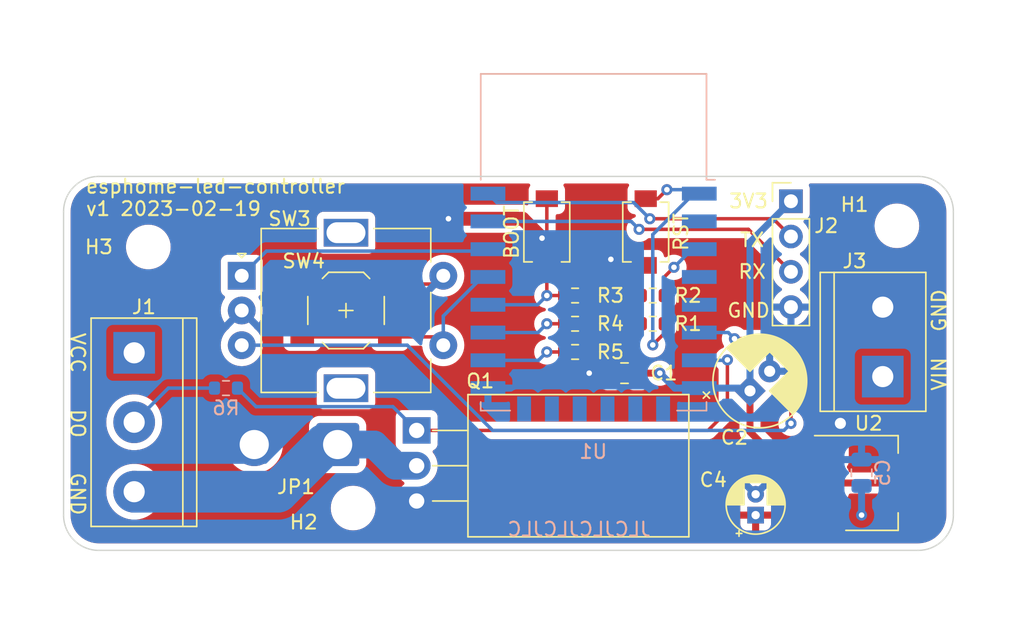
<source format=kicad_pcb>
(kicad_pcb (version 20241229) (generator "pcbnew") (generator_version "9.0")
  (layers (0 "F.Cu" signal) (2 "B.Cu" signal) (13 "F.Paste" user) (15 "B.Paste" user) (5 "F.SilkS" user "F.Silkscreen") (7 "B.SilkS" user "B.Silkscreen") (1 "F.Mask" user) (3 "B.Mask" user) (25 "Edge.Cuts" user))
  (net 0 "")
  (net 1 "GND")
  (net 2 "+3.3V")
  (net 3 "VCC")
  (net 4 "Net-(J1-Pad2)")
  (net 5 "Net-(J1-Pad3)")
  (net 6 "/TXD")
  (net 7 "/RXD")
  (net 8 "/GPIO13")
  (net 9 "/RST")
  (net 10 "/EN")
  (net 11 "/GPIO0")
  (net 12 "/GPIO2")
  (net 13 "/GPIO15")
  (net 14 "/GPIO5")
  (net 15 "/GPIO12")
  (net 16 "/GPIO4")
  (footprint "Capacitor_SMD:C_0805_2012Metric" (layer "F.Cu") (at 163.796 108.144)
    (property "Reference" "C1" (at 2.828 0 0) (layer "F.SilkS"))
    (property "Value" "0.1μF")
    (fp_line (start -0.261252 -0.735) (end 0.261252 -0.735) (stroke (width 0.12)) (layer "F.SilkS"))
    (fp_line (start -0.261252 0.735) (end 0.261252 0.735) (stroke (width 0.12)) (layer "F.SilkS"))
    (pad "1" smd roundrect (at -0.95 0) (size 1 1.45) (layers "F.Cu" "F.Mask" "F.Paste") (net 1 "GND"))
    (pad "2" smd roundrect (at 0.95 0) (size 1 1.45) (layers "F.Cu" "F.Mask" "F.Paste") (net 2 "+3.3V"))
  )
  (footprint "MountingHole:MountingHole_2.2mm_M2" (layer "F.Cu") (at 144.272 117.856)
    (property "Reference" "H2" (at -3.556 1.016 0) (layer "F.SilkS"))
    (property "Value" "MountingHole")
    (pad "" np_thru_hole circle (at 0 0) (size 2.2 2.2) (drill 2.2) (layers "*.Cu" "*.Mask"))
  )
  (footprint "MountingHole:MountingHole_2.2mm_M2" (layer "F.Cu") (at 183.388 97.536)
    (property "Reference" "H1" (at -3.048 -1.524 0) (layer "F.SilkS"))
    (property "Value" "MountingHole")
    (pad "" np_thru_hole circle (at 0 0) (size 2.2 2.2) (drill 2.2) (layers "*.Cu" "*.Mask"))
  )
  (footprint "Resistor_SMD:R_0603_1608Metric" (layer "F.Cu") (at 160.24 104.588)
    (property "Reference" "R4" (at 2.54 0 0) (layer "F.SilkS"))
    (property "Value" "10K")
    (fp_line (start -0.237258 -0.5225) (end 0.237258 -0.5225) (stroke (width 0.12)) (layer "F.SilkS"))
    (fp_line (start -0.237258 0.5225) (end 0.237258 0.5225) (stroke (width 0.12)) (layer "F.SilkS"))
    (pad "1" smd roundrect (at -0.825 0) (size 0.8 0.95) (layers "F.Cu" "F.Mask" "F.Paste") (net 12 "/GPIO2"))
    (pad "2" smd roundrect (at 0.825 0) (size 0.8 0.95) (layers "F.Cu" "F.Mask" "F.Paste") (net 2 "+3.3V"))
  )
  (footprint "Capacitor_THT:CP_Radial_D4.0mm_P1.50mm" (layer "F.Cu") (at 173.228 118.364 90)
    (property "Reference" "C4" (at 2.54 -3.048 180) (layer "F.SilkS"))
    (property "Value" "10μF")
    (fp_line (start 0.79 -2.08) (end 0.79 -0.84) (stroke (width 0.12)) (layer "F.SilkS"))
    (fp_line (start 0.75 -2.08) (end 0.75 -0.84) (stroke (width 0.12)) (layer "F.SilkS"))
    (fp_line (start 0.83 -2.079) (end 0.83 -0.84) (stroke (width 0.12)) (layer "F.SilkS"))
    (fp_line (start 0.87 -2.077) (end 0.87 -0.84) (stroke (width 0.12)) (layer "F.SilkS"))
    (fp_line (start 0.91 -2.074) (end 0.91 -0.84) (stroke (width 0.12)) (layer "F.SilkS"))
    (fp_line (start 0.95 -2.071) (end 0.95 -0.84) (stroke (width 0.12)) (layer "F.SilkS"))
    (fp_line (start 0.99 -2.067) (end 0.99 -0.84) (stroke (width 0.12)) (layer "F.SilkS"))
    (fp_line (start 1.03 -2.062) (end 1.03 -0.84) (stroke (width 0.12)) (layer "F.SilkS"))
    (fp_line (start 1.07 -2.056) (end 1.07 -0.84) (stroke (width 0.12)) (layer "F.SilkS"))
    (fp_line (start 1.11 -2.05) (end 1.11 -0.84) (stroke (width 0.12)) (layer "F.SilkS"))
    (fp_line (start 1.15 -2.042) (end 1.15 -0.84) (stroke (width 0.12)) (layer "F.SilkS"))
    (fp_line (start 1.19 -2.034) (end 1.19 -0.84) (stroke (width 0.12)) (layer "F.SilkS"))
    (fp_line (start 1.23 -2.025) (end 1.23 -0.84) (stroke (width 0.12)) (layer "F.SilkS"))
    (fp_line (start 1.27 -2.016) (end 1.27 -0.84) (stroke (width 0.12)) (layer "F.SilkS"))
    (fp_line (start 1.31 -2.005) (end 1.31 -0.84) (stroke (width 0.12)) (layer "F.SilkS"))
    (fp_line (start 1.35 -1.994) (end 1.35 -0.84) (stroke (width 0.12)) (layer "F.SilkS"))
    (fp_line (start 1.39 -1.982) (end 1.39 -0.84) (stroke (width 0.12)) (layer "F.SilkS"))
    (fp_line (start 1.43 -1.968) (end 1.43 -0.84) (stroke (width 0.12)) (layer "F.SilkS"))
    (fp_line (start 1.471 -1.954) (end 1.471 -0.84) (stroke (width 0.12)) (layer "F.SilkS"))
    (fp_line (start 1.511 -1.94) (end 1.511 -0.84) (stroke (width 0.12)) (layer "F.SilkS"))
    (fp_line (start 1.551 -1.924) (end 1.551 -0.84) (stroke (width 0.12)) (layer "F.SilkS"))
    (fp_line (start 1.591 -1.907) (end 1.591 -0.84) (stroke (width 0.12)) (layer "F.SilkS"))
    (fp_line (start 1.631 -1.889) (end 1.631 -0.84) (stroke (width 0.12)) (layer "F.SilkS"))
    (fp_line (start 1.671 -1.87) (end 1.671 -0.84) (stroke (width 0.12)) (layer "F.SilkS"))
    (fp_line (start 1.711 -1.851) (end 1.711 -0.84) (stroke (width 0.12)) (layer "F.SilkS"))
    (fp_line (start 1.751 -1.83) (end 1.751 -0.84) (stroke (width 0.12)) (layer "F.SilkS"))
    (fp_line (start 1.791 -1.808) (end 1.791 -0.84) (stroke (width 0.12)) (layer "F.SilkS"))
    (fp_line (start 1.831 -1.785) (end 1.831 -0.84) (stroke (width 0.12)) (layer "F.SilkS"))
    (fp_line (start 1.871 -1.76) (end 1.871 -0.84) (stroke (width 0.12)) (layer "F.SilkS"))
    (fp_line (start 1.911 -1.735) (end 1.911 -0.84) (stroke (width 0.12)) (layer "F.SilkS"))
    (fp_line (start 1.951 -1.708) (end 1.951 -0.84) (stroke (width 0.12)) (layer "F.SilkS"))
    (fp_line (start 1.991 -1.68) (end 1.991 -0.84) (stroke (width 0.12)) (layer "F.SilkS"))
    (fp_line (start 2.031 -1.65) (end 2.031 -0.84) (stroke (width 0.12)) (layer "F.SilkS"))
    (fp_line (start 2.071 -1.619) (end 2.071 -0.84) (stroke (width 0.12)) (layer "F.SilkS"))
    (fp_line (start 2.111 -1.587) (end 2.111 -0.84) (stroke (width 0.12)) (layer "F.SilkS"))
    (fp_line (start 2.151 -1.552) (end 2.151 -0.84) (stroke (width 0.12)) (layer "F.SilkS"))
    (fp_line (start 2.191 -1.516) (end 2.191 -0.84) (stroke (width 0.12)) (layer "F.SilkS"))
    (fp_line (start 2.231 -1.478) (end 2.231 -0.84) (stroke (width 0.12)) (layer "F.SilkS"))
    (fp_line (start 2.271 -1.438) (end 2.271 -0.84) (stroke (width 0.12)) (layer "F.SilkS"))
    (fp_line (start 2.311 -1.396) (end 2.311 -0.84) (stroke (width 0.12)) (layer "F.SilkS"))
    (fp_line (start -1.319801 -1.395) (end -1.319801 -0.995) (stroke (width 0.12)) (layer "F.SilkS"))
    (fp_line (start 2.351 -1.351) (end 2.351 1.351) (stroke (width 0.12)) (layer "F.SilkS"))
    (fp_line (start 2.391 -1.304) (end 2.391 1.304) (stroke (width 0.12)) (layer "F.SilkS"))
    (fp_line (start 2.431 -1.254) (end 2.431 1.254) (stroke (width 0.12)) (layer "F.SilkS"))
    (fp_line (start 2.471 -1.2) (end 2.471 1.2) (stroke (width 0.12)) (layer "F.SilkS"))
    (fp_line (start -1.519801 -1.195) (end -1.119801 -1.195) (stroke (width 0.12)) (layer "F.SilkS"))
    (fp_line (start 2.511 -1.142) (end 2.511 1.142) (stroke (width 0.12)) (layer "F.SilkS"))
    (fp_line (start 2.551 -1.08) (end 2.551 1.08) (stroke (width 0.12)) (layer "F.SilkS"))
    (fp_line (start 2.591 -1.013) (end 2.591 1.013) (stroke (width 0.12)) (layer "F.SilkS"))
    (fp_line (start 2.631 -0.94) (end 2.631 0.94) (stroke (width 0.12)) (layer "F.SilkS"))
    (fp_line (start 2.671 -0.859) (end 2.671 0.859) (stroke (width 0.12)) (layer "F.SilkS"))
    (fp_line (start 2.711 -0.768) (end 2.711 0.768) (stroke (width 0.12)) (layer "F.SilkS"))
    (fp_line (start 2.751 -0.664) (end 2.751 0.664) (stroke (width 0.12)) (layer "F.SilkS"))
    (fp_line (start 2.791 -0.537) (end 2.791 0.537) (stroke (width 0.12)) (layer "F.SilkS"))
    (fp_line (start 2.831 -0.37) (end 2.831 0.37) (stroke (width 0.12)) (layer "F.SilkS"))
    (fp_line (start 2.311 0.84) (end 2.311 1.396) (stroke (width 0.12)) (layer "F.SilkS"))
    (fp_line (start 2.271 0.84) (end 2.271 1.438) (stroke (width 0.12)) (layer "F.SilkS"))
    (fp_line (start 2.231 0.84) (end 2.231 1.478) (stroke (width 0.12)) (layer "F.SilkS"))
    (fp_line (start 2.191 0.84) (end 2.191 1.516) (stroke (width 0.12)) (layer "F.SilkS"))
    (fp_line (start 2.151 0.84) (end 2.151 1.552) (stroke (width 0.12)) (layer "F.SilkS"))
    (fp_line (start 2.111 0.84) (end 2.111 1.587) (stroke (width 0.12)) (layer "F.SilkS"))
    (fp_line (start 2.071 0.84) (end 2.071 1.619) (stroke (width 0.12)) (layer "F.SilkS"))
    (fp_line (start 2.031 0.84) (end 2.031 1.65) (stroke (width 0.12)) (layer "F.SilkS"))
    (fp_line (start 1.991 0.84) (end 1.991 1.68) (stroke (width 0.12)) (layer "F.SilkS"))
    (fp_line (start 1.951 0.84) (end 1.951 1.708) (stroke (width 0.12)) (layer "F.SilkS"))
    (fp_line (start 1.911 0.84) (end 1.911 1.735) (stroke (width 0.12)) (layer "F.SilkS"))
    (fp_line (start 1.871 0.84) (end 1.871 1.76) (stroke (width 0.12)) (layer "F.SilkS"))
    (fp_line (start 1.831 0.84) (end 1.831 1.785) (stroke (width 0.12)) (layer "F.SilkS"))
    (fp_line (start 1.791 0.84) (end 1.791 1.808) (stroke (width 0.12)) (layer "F.SilkS"))
    (fp_line (start 1.751 0.84) (end 1.751 1.83) (stroke (width 0.12)) (layer "F.SilkS"))
    (fp_line (start 1.711 0.84) (end 1.711 1.851) (stroke (width 0.12)) (layer "F.SilkS"))
    (fp_line (start 1.671 0.84) (end 1.671 1.87) (stroke (width 0.12)) (layer "F.SilkS"))
    (fp_line (start 1.631 0.84) (end 1.631 1.889) (stroke (width 0.12)) (layer "F.SilkS"))
    (fp_line (start 1.591 0.84) (end 1.591 1.907) (stroke (width 0.12)) (layer "F.SilkS"))
    (fp_line (start 1.551 0.84) (end 1.551 1.924) (stroke (width 0.12)) (layer "F.SilkS"))
    (fp_line (start 1.511 0.84) (end 1.511 1.94) (stroke (width 0.12)) (layer "F.SilkS"))
    (fp_line (start 1.471 0.84) (end 1.471 1.954) (stroke (width 0.12)) (layer "F.SilkS"))
    (fp_line (start 1.43 0.84) (end 1.43 1.968) (stroke (width 0.12)) (layer "F.SilkS"))
    (fp_line (start 1.39 0.84) (end 1.39 1.982) (stroke (width 0.12)) (layer "F.SilkS"))
    (fp_line (start 1.35 0.84) (end 1.35 1.994) (stroke (width 0.12)) (layer "F.SilkS"))
    (fp_line (start 1.31 0.84) (end 1.31 2.005) (stroke (width 0.12)) (layer "F.SilkS"))
    (fp_line (start 1.27 0.84) (end 1.27 2.016) (stroke (width 0.12)) (layer "F.SilkS"))
    (fp_line (start 1.23 0.84) (end 1.23 2.025) (stroke (width 0.12)) (layer "F.SilkS"))
    (fp_line (start 1.19 0.84) (end 1.19 2.034) (stroke (width 0.12)) (layer "F.SilkS"))
    (fp_line (start 1.15 0.84) (end 1.15 2.042) (stroke (width 0.12)) (layer "F.SilkS"))
    (fp_line (start 1.11 0.84) (end 1.11 2.05) (stroke (width 0.12)) (layer "F.SilkS"))
    (fp_line (start 1.07 0.84) (end 1.07 2.056) (stroke (width 0.12)) (layer "F.SilkS"))
    (fp_line (start 1.03 0.84) (end 1.03 2.062) (stroke (width 0.12)) (layer "F.SilkS"))
    (fp_line (start 0.99 0.84) (end 0.99 2.067) (stroke (width 0.12)) (layer "F.SilkS"))
    (fp_line (start 0.95 0.84) (end 0.95 2.071) (stroke (width 0.12)) (layer "F.SilkS"))
    (fp_line (start 0.91 0.84) (end 0.91 2.074) (stroke (width 0.12)) (layer "F.SilkS"))
    (fp_line (start 0.87 0.84) (end 0.87 2.077) (stroke (width 0.12)) (layer "F.SilkS"))
    (fp_line (start 0.83 0.84) (end 0.83 2.079) (stroke (width 0.12)) (layer "F.SilkS"))
    (fp_line (start 0.79 0.84) (end 0.79 2.08) (stroke (width 0.12)) (layer "F.SilkS"))
    (fp_line (start 0.75 0.84) (end 0.75 2.08) (stroke (width 0.12)) (layer "F.SilkS"))
    (fp_circle (center 0.75 0) (end 2.87 0) (stroke (width 0.12)) (fill no) (layer "F.SilkS"))
    (pad "1" thru_hole rect (at 0 0 90) (size 1.2 1.2) (drill 0.6) (layers "*.Cu" "*.Mask") (net 3 "VCC"))
    (pad "2" thru_hole circle (at 1.5 0 90) (size 1.2 1.2) (drill 0.6) (layers "*.Cu" "*.Mask") (net 1 "GND"))
  )
  (footprint "Package_TO_SOT_THT:TO-220-3_Horizontal_TabDown" (layer "F.Cu") (at 148.844 112.268 -90)
    (property "Reference" "Q1" (at -3.556 -4.572 180) (layer "F.SilkS"))
    (property "Value" "IRLZ44N")
    (fp_line (start -2.58 -3.69) (end 7.66 -3.69) (stroke (width 0.12)) (layer "F.SilkS"))
    (fp_line (start 0 -3.69) (end 0 -1.15) (stroke (width 0.12)) (layer "F.SilkS"))
    (fp_line (start 2.54 -3.69) (end 2.54 -1.15) (stroke (width 0.12)) (layer "F.SilkS"))
    (fp_line (start 5.08 -3.69) (end 5.08 -1.15) (stroke (width 0.12)) (layer "F.SilkS"))
    (fp_line (start -2.58 -19.58) (end -2.58 -3.69) (stroke (width 0.12)) (layer "F.SilkS"))
    (fp_line (start -2.58 -19.58) (end 7.66 -19.58) (stroke (width 0.12)) (layer "F.SilkS"))
    (fp_line (start 7.66 -19.58) (end 7.66 -3.69) (stroke (width 0.12)) (layer "F.SilkS"))
    (pad "1" thru_hole rect (at 0 0 270) (size 1.905 2) (drill 1.1) (layers "*.Cu" "*.Mask") (net 8 "/GPIO13"))
    (pad "2" thru_hole oval (at 2.54 0 270) (size 1.905 2) (drill 1.1) (layers "*.Cu" "*.Mask") (net 5 "Net-(J1-Pad3)"))
    (pad "3" thru_hole oval (at 5.08 0 270) (size 1.905 2) (drill 1.1) (layers "*.Cu" "*.Mask") (net 1 "GND"))
  )
  (footprint "Resistor_SMD:R_0603_1608Metric" (layer "F.Cu") (at 160.24 102.556)
    (property "Reference" "R3" (at 2.54 0 0) (layer "F.SilkS"))
    (property "Value" "10K")
    (fp_line (start -0.237258 -0.5225) (end 0.237258 -0.5225) (stroke (width 0.12)) (layer "F.SilkS"))
    (fp_line (start -0.237258 0.5225) (end 0.237258 0.5225) (stroke (width 0.12)) (layer "F.SilkS"))
    (pad "1" smd roundrect (at -0.825 0) (size 0.8 0.95) (layers "F.Cu" "F.Mask" "F.Paste") (net 11 "/GPIO0"))
    (pad "2" smd roundrect (at 0.825 0) (size 0.8 0.95) (layers "F.Cu" "F.Mask" "F.Paste") (net 2 "+3.3V"))
  )
  (footprint "MountingHole:MountingHole_2.2mm_M2" (layer "F.Cu") (at 129.54 99.06)
    (property "Reference" "H3" (at -3.556 0 0) (layer "F.SilkS"))
    (property "Value" "MountingHole")
    (pad "" np_thru_hole circle (at 0 0) (size 2.2 2.2) (drill 2.2) (layers "*.Cu" "*.Mask"))
  )
  (footprint "Rotary_Encoder:RotaryEncoder_Alps_EC11E-Switch_Vertical_H20mm" (layer "F.Cu") (at 136.26 101.132)
    (property "Reference" "SW3" (at 3.44 -4.104 0) (layer "F.SilkS"))
    (property "Value" "RotaryEncoder_Switch")
    (fp_line (start -0.3 -1.6) (end 0.3 -1.6) (stroke (width 0.12)) (layer "F.SilkS"))
    (fp_line (start 0 -1.3) (end -0.3 -1.6) (stroke (width 0.12)) (layer "F.SilkS"))
    (fp_line (start 0.3 -1.6) (end 0 -1.3) (stroke (width 0.12)) (layer "F.SilkS"))
    (fp_line (start 1.4 -3.4) (end 1.4 8.4) (stroke (width 0.12)) (layer "F.SilkS"))
    (fp_line (start 5.5 -3.4) (end 1.4 -3.4) (stroke (width 0.12)) (layer "F.SilkS"))
    (fp_line (start 5.5 8.4) (end 1.4 8.4) (stroke (width 0.12)) (layer "F.SilkS"))
    (fp_line (start 7 2.5) (end 8 2.5) (stroke (width 0.12)) (layer "F.SilkS"))
    (fp_line (start 7.5 2) (end 7.5 3) (stroke (width 0.12)) (layer "F.SilkS"))
    (fp_line (start 9.5 -3.4) (end 13.6 -3.4) (stroke (width 0.12)) (layer "F.SilkS"))
    (fp_line (start 13.6 -3.4) (end 13.6 -1) (stroke (width 0.12)) (layer "F.SilkS"))
    (fp_line (start 13.6 1.2) (end 13.6 3.8) (stroke (width 0.12)) (layer "F.SilkS"))
    (fp_line (start 13.6 6) (end 13.6 8.4) (stroke (width 0.12)) (layer "F.SilkS"))
    (fp_line (start 13.6 8.4) (end 9.5 8.4) (stroke (width 0.12)) (layer "F.SilkS"))
    (pad "A" thru_hole rect (at 0 0) (size 2 2) (drill 1) (layers "*.Cu" "*.Mask") (net 14 "/GPIO5"))
    (pad "B" thru_hole circle (at 0 5) (size 2 2) (drill 1) (layers "*.Cu" "*.Mask") (net 15 "/GPIO12"))
    (pad "C" thru_hole circle (at 0 2.5) (size 2 2) (drill 1) (layers "*.Cu" "*.Mask") (net 1 "GND"))
    (pad "MP" thru_hole rect (at 7.5 -3.1) (size 3.2 2) (drill oval 2.8 1.5) (layers "*.Cu" "*.Mask"))
    (pad "MP" thru_hole rect (at 7.5 8.1) (size 3.2 2) (drill oval 2.8 1.5) (layers "*.Cu" "*.Mask"))
    (pad "S1" thru_hole circle (at 14.5 5) (size 2 2) (drill 1) (layers "*.Cu" "*.Mask") (net 16 "/GPIO4"))
    (pad "S2" thru_hole circle (at 14.5 0) (size 2 2) (drill 1) (layers "*.Cu" "*.Mask") (net 1 "GND"))
  )
  (footprint "!Custom:SW_PTS820" (layer "F.Cu") (at 158.208 97.984 -90)
    (property "Reference" "SW1")
    (property "Value" "BOOT" (at 0 2.54 90) (layer "F.SilkS"))
    (fp_line (start -2.15 1.65) (end 2.15 1.65) (stroke (width 0.12)) (layer "F.SilkS"))
    (fp_line (start 2.15 1.65) (end 2.15 1.05) (stroke (width 0.12)) (layer "F.SilkS"))
    (fp_line (start -2.15 1.05) (end -2.15 1.65) (stroke (width 0.12)) (layer "F.SilkS"))
    (fp_line (start 2.15 -1.05) (end 2.15 -1.65) (stroke (width 0.12)) (layer "F.SilkS"))
    (fp_line (start -2.15 -1.65) (end -2.15 -1.05) (stroke (width 0.12)) (layer "F.SilkS"))
    (fp_line (start 2.15 -1.65) (end -2.15 -1.65) (stroke (width 0.12)) (layer "F.SilkS"))
    (pad "1" smd rect (at -2.4 0 270) (size 1.2 1.6) (layers "F.Cu" "F.Mask" "F.Paste") (net 1 "GND"))
    (pad "2" smd rect (at 2.4 0 270) (size 1.2 1.6) (layers "F.Cu" "F.Mask" "F.Paste") (net 11 "/GPIO0"))
  )
  (footprint "Resistor_SMD:R_0603_1608Metric" (layer "F.Cu") (at 165.828 102.556 180)
    (property "Reference" "R2" (at -2.54 0 0) (layer "F.SilkS"))
    (property "Value" "10K")
    (fp_line (start -0.237258 0.5225) (end 0.237258 0.5225) (stroke (width 0.12)) (layer "F.SilkS"))
    (fp_line (start -0.237258 -0.5225) (end 0.237258 -0.5225) (stroke (width 0.12)) (layer "F.SilkS"))
    (pad "1" smd roundrect (at -0.825 0 180) (size 0.8 0.95) (layers "F.Cu" "F.Mask" "F.Paste") (net 10 "/EN"))
    (pad "2" smd roundrect (at 0.825 0 180) (size 0.8 0.95) (layers "F.Cu" "F.Mask" "F.Paste") (net 2 "+3.3V"))
  )
  (footprint "Connector_PinHeader_2.54mm:PinHeader_1x04_P2.54mm_Vertical" (layer "F.Cu") (at 175.768 95.768)
    (property "Reference" "J2" (at 2.54 1.768 0) (layer "F.SilkS"))
    (property "Value" "UART")
    (fp_line (start -1.33 -1.33) (end 0 -1.33) (stroke (width 0.12)) (layer "F.SilkS"))
    (fp_line (start -1.33 0) (end -1.33 -1.33) (stroke (width 0.12)) (layer "F.SilkS"))
    (fp_line (start -1.33 1.27) (end -1.33 8.95) (stroke (width 0.12)) (layer "F.SilkS"))
    (fp_line (start -1.33 1.27) (end 1.33 1.27) (stroke (width 0.12)) (layer "F.SilkS"))
    (fp_line (start -1.33 8.95) (end 1.33 8.95) (stroke (width 0.12)) (layer "F.SilkS"))
    (fp_line (start 1.33 1.27) (end 1.33 8.95) (stroke (width 0.12)) (layer "F.SilkS"))
    (pad "1" thru_hole rect (at 0 0) (size 1.7 1.7) (drill 1) (layers "*.Cu" "*.Mask") (net 2 "+3.3V"))
    (pad "2" thru_hole oval (at 0 2.54) (size 1.7 1.7) (drill 1) (layers "*.Cu" "*.Mask") (net 6 "/TXD"))
    (pad "3" thru_hole oval (at 0 5.08) (size 1.7 1.7) (drill 1) (layers "*.Cu" "*.Mask") (net 7 "/RXD"))
    (pad "4" thru_hole oval (at 0 7.62) (size 1.7 1.7) (drill 1) (layers "*.Cu" "*.Mask") (net 1 "GND"))
  )
  (footprint "Resistor_SMD:R_0603_1608Metric" (layer "F.Cu") (at 165.828 104.588 180)
    (property "Reference" "R1" (at -2.54 0 0) (layer "F.SilkS"))
    (property "Value" "10K")
    (fp_line (start -0.237258 0.5225) (end 0.237258 0.5225) (stroke (width 0.12)) (layer "F.SilkS"))
    (fp_line (start -0.237258 -0.5225) (end 0.237258 -0.5225) (stroke (width 0.12)) (layer "F.SilkS"))
    (pad "1" smd roundrect (at -0.825 0 180) (size 0.8 0.95) (layers "F.Cu" "F.Mask" "F.Paste") (net 9 "/RST"))
    (pad "2" smd roundrect (at 0.825 0 180) (size 0.8 0.95) (layers "F.Cu" "F.Mask" "F.Paste") (net 2 "+3.3V"))
  )
  (footprint "!Custom:TerminalBlock_KF301-3P-5mm" (layer "F.Cu") (at 128.524 106.68 -90)
    (property "Reference" "J1" (at -3.302 -0.7 180) (layer "F.SilkS"))
    (property "Value" "Conn_01x03")
    (fp_line (start -2.5 3.1) (end 12.5 3.1) (stroke (width 0.12)) (layer "F.SilkS"))
    (fp_line (start -2.5 -3.5) (end 12.4 -3.5) (stroke (width 0.12)) (layer "F.SilkS"))
    (fp_line (start -2.5 -4.5) (end -2.5 3.1) (stroke (width 0.12)) (layer "F.SilkS"))
    (fp_line (start -2.5 -4.5) (end 12.5 -4.5) (stroke (width 0.12)) (layer "F.SilkS"))
    (fp_line (start 12.5 -4.5) (end 12.5 3.1) (stroke (width 0.12)) (layer "F.SilkS"))
    (pad "1" thru_hole rect (at 0 0 270) (size 3 3) (drill 1.52) (layers "*.Cu" "*.Mask") (net 3 "VCC"))
    (pad "2" thru_hole circle (at 5 0 270) (size 3 3) (drill 1.52) (layers "*.Cu" "*.Mask") (net 4 "Net-(J1-Pad2)"))
    (pad "3" thru_hole circle (at 10 0 270) (size 3 3) (drill 1.52) (layers "*.Cu" "*.Mask") (net 5 "Net-(J1-Pad3)"))
  )
  (footprint "!Custom:CP_Radial_D6.5mm_P2.00mm" (layer "F.Cu") (at 172.821325 109.419107 45)
    (property "Reference" "C2" (at -3.16375 1.583614 0) (layer "F.SilkS"))
    (property "Value" "470μF")
    (fp_line (start -2.435 -2.315) (end -2.435 -1.685) (stroke (width 0.12)) (layer "F.SilkS"))
    (fp_line (start -2.75 -2) (end -2.12 -2) (stroke (width 0.12)) (layer "F.SilkS"))
    (fp_arc (start 1 3.37) (mid -2.37 0) (end 1 -3.37) (stroke (width 0.12)) (layer "F.SilkS"))
    (fp_poly (pts (xy 1 1) (xy 3 1) (xy 3 -1) (xy 1 -1) (arc (start 1 -3.37) (mid 4.370001 0) (end 1 3.37))) (stroke (width 0.12)) (fill yes) (layer "F.SilkS"))
    (pad "1" thru_hole rect (at 0 0 45) (size 1.6 1.6) (drill 0.8) (layers "*.Cu" "*.Mask") (net 2 "+3.3V"))
    (pad "2" thru_hole circle (at 2.000001 0 45) (size 1.6 1.6) (drill 0.8) (layers "*.Cu" "*.Mask") (net 1 "GND"))
  )
  (footprint "!Custom:TerminalBlock_KF301-2P-5mm" (layer "F.Cu") (at 182.372 108.392 90)
    (property "Reference" "J3" (at 8.316 -2.032 180) (layer "F.SilkS"))
    (property "Value" "PWR")
    (fp_line (start 7.5 -4.5) (end 7.5 3.1) (stroke (width 0.12)) (layer "F.SilkS"))
    (fp_line (start -2.5 -4.5) (end 7.5 -4.5) (stroke (width 0.12)) (layer "F.SilkS"))
    (fp_line (start -2.5 -4.5) (end -2.5 3.1) (stroke (width 0.12)) (layer "F.SilkS"))
    (fp_line (start -2.5 -3.5) (end 7.5 -3.5) (stroke (width 0.12)) (layer "F.SilkS"))
    (fp_line (start -2.5 3.1) (end 7.5 3.1) (stroke (width 0.12)) (layer "F.SilkS"))
    (pad "1" thru_hole rect (at 0 0 90) (size 3 3) (drill 1.52) (layers "*.Cu" "*.Mask") (net 3 "VCC"))
    (pad "2" thru_hole circle (at 5 0 90) (size 3 3) (drill 1.52) (layers "*.Cu" "*.Mask") (net 1 "GND"))
  )
  (footprint "!Custom:SW_PTS820" (layer "F.Cu") (at 165.32 97.984 90)
    (property "Reference" "SW2")
    (property "Value" "RST" (at 0 2.54 270) (layer "F.SilkS"))
    (fp_line (start 2.15 -1.65) (end -2.15 -1.65) (stroke (width 0.12)) (layer "F.SilkS"))
    (fp_line (start -2.15 -1.65) (end -2.15 -1.05) (stroke (width 0.12)) (layer "F.SilkS"))
    (fp_line (start 2.15 -1.05) (end 2.15 -1.65) (stroke (width 0.12)) (layer "F.SilkS"))
    (fp_line (start -2.15 1.05) (end -2.15 1.65) (stroke (width 0.12)) (layer "F.SilkS"))
    (fp_line (start 2.15 1.65) (end 2.15 1.05) (stroke (width 0.12)) (layer "F.SilkS"))
    (fp_line (start -2.15 1.65) (end 2.15 1.65) (stroke (width 0.12)) (layer "F.SilkS"))
    (pad "1" smd rect (at -2.4 0 90) (size 1.2 1.6) (layers "F.Cu" "F.Mask" "F.Paste") (net 1 "GND"))
    (pad "2" smd rect (at 2.4 0 90) (size 1.2 1.6) (layers "F.Cu" "F.Mask" "F.Paste") (net 9 "/RST"))
  )
  (footprint "Resistor_SMD:R_0603_1608Metric" (layer "F.Cu") (at 160.24 106.62 180)
    (property "Reference" "R5" (at -2.54 0 0) (layer "F.SilkS"))
    (property "Value" "10K")
    (fp_line (start -0.237258 0.5225) (end 0.237258 0.5225) (stroke (width 0.12)) (layer "F.SilkS"))
    (fp_line (start -0.237258 -0.5225) (end 0.237258 -0.5225) (stroke (width 0.12)) (layer "F.SilkS"))
    (pad "1" smd roundrect (at -0.825 0 180) (size 0.8 0.95) (layers "F.Cu" "F.Mask" "F.Paste") (net 1 "GND"))
    (pad "2" smd roundrect (at 0.825 0 180) (size 0.8 0.95) (layers "F.Cu" "F.Mask" "F.Paste") (net 13 "/GPIO15"))
  )
  (footprint "Button_Switch_SMD:SW_SPST_TL3342" (layer "F.Cu") (at 143.764 103.632 180)
    (property "Reference" "SW4" (at 3.048 3.556 0) (layer "F.SilkS"))
    (property "Value" "ON/OFF")
    (fp_line (start 2.75 -1) (end 2.75 1) (stroke (width 0.12)) (layer "F.SilkS"))
    (fp_line (start 1.7 2.3) (end 1.25 2.75) (stroke (width 0.12)) (layer "F.SilkS"))
    (fp_line (start 1.7 -2.3) (end 1.25 -2.75) (stroke (width 0.12)) (layer "F.SilkS"))
    (fp_line (start -1.25 2.75) (end 1.25 2.75) (stroke (width 0.12)) (layer "F.SilkS"))
    (fp_line (start -1.25 -2.75) (end 1.25 -2.75) (stroke (width 0.12)) (layer "F.SilkS"))
    (fp_line (start -1.7 2.3) (end -1.25 2.75) (stroke (width 0.12)) (layer "F.SilkS"))
    (fp_line (start -1.7 -2.3) (end -1.25 -2.75) (stroke (width 0.12)) (layer "F.SilkS"))
    (fp_line (start -2.75 -1) (end -2.75 1) (stroke (width 0.12)) (layer "F.SilkS"))
    (pad "1" smd rect (at -3.15 -1.9 180) (size 1.7 1) (layers "F.Cu" "F.Mask" "F.Paste") (net 16 "/GPIO4"))
    (pad "1" smd rect (at 3.15 -1.9 180) (size 1.7 1) (layers "F.Cu" "F.Mask" "F.Paste") (net 16 "/GPIO4"))
    (pad "2" smd rect (at -3.15 1.9 180) (size 1.7 1) (layers "F.Cu" "F.Mask" "F.Paste") (net 1 "GND"))
    (pad "2" smd rect (at 3.15 1.9 180) (size 1.7 1) (layers "F.Cu" "F.Mask" "F.Paste") (net 1 "GND"))
  )
  (footprint "Connector_Wire:SolderWire-1.5sqmm_1x02_P6mm_D1.7mm_OD3mm" (layer "F.Cu") (at 143.16 113.284 180)
    (property "Reference" "JP1" (at 3 -3.048 0) (layer "F.SilkS"))
    (property "Value" "Jumper_2_Open")
    (pad "1" thru_hole roundrect (at 0 0 180) (size 3.1 3.1) (drill 2.1) (layers "*.Cu" "*.Mask") (roundrect_rratio 0.08064483871) (net 5 "Net-(J1-Pad3)"))
    (pad "2" thru_hole circle (at 6 0 180) (size 3.1 3.1) (drill 2.1) (layers "*.Cu" "*.Mask") (net 1 "GND"))
  )
  (footprint "Package_TO_SOT_SMD:SOT-223-3_TabPin2" (layer "F.Cu") (at 181.57 116.052)
    (property "Reference" "U2" (at -0.214 -4.292 0) (layer "F.SilkS"))
    (property "Value" "AMS1117-3.3")
    (fp_line (start -4.1 -3.41) (end 1.91 -3.41) (stroke (width 0.12)) (layer "F.SilkS"))
    (fp_line (start -1.85 3.41) (end 1.91 3.41) (stroke (width 0.12)) (layer "F.SilkS"))
    (fp_line (start 1.91 -3.41) (end 1.91 -2.15) (stroke (width 0.12)) (layer "F.SilkS"))
    (fp_line (start 1.91 3.41) (end 1.91 2.15) (stroke (width 0.12)) (layer "F.SilkS"))
    (pad "1" smd rect (at -3.15 -2.3) (size 2 1.5) (layers "F.Cu" "F.Mask" "F.Paste") (net 1 "GND"))
    (pad "2" smd rect (at -3.15 0) (size 2 1.5) (layers "F.Cu" "F.Mask" "F.Paste") (net 2 "+3.3V"))
    (pad "2" smd rect (at 3.15 0) (size 2 3.8) (layers "F.Cu" "F.Mask" "F.Paste") (net 2 "+3.3V"))
    (pad "3" smd rect (at -3.15 2.3) (size 2 1.5) (layers "F.Cu" "F.Mask" "F.Paste") (net 3 "VCC"))
  )
  (footprint "Capacitor_SMD:C_0805_2012Metric" (layer "B.Cu") (at 180.848 115.316 -90)
    (property "Reference" "C5" (at 0 -1.524 90) (layer "B.SilkS") (effects (justify mirror)))
    (property "Value" "0.1μF")
    (fp_line (start -0.261252 0.735) (end 0.261252 0.735) (stroke (width 0.12)) (layer "B.SilkS"))
    (fp_line (start -0.261252 -0.735) (end 0.261252 -0.735) (stroke (width 0.12)) (layer "B.SilkS"))
    (pad "1" smd roundrect (at -0.95 0 270) (size 1 1.45) (layers "B.Cu" "B.Mask" "B.Paste") (net 1 "GND"))
    (pad "2" smd roundrect (at 0.95 0 270) (size 1 1.45) (layers "B.Cu" "B.Mask" "B.Paste") (net 3 "VCC"))
  )
  (footprint "RF_Module:ESP-12E" (layer "B.Cu") (at 161.572 98.72 180)
    (property "Reference" "U1" (at 0.028 -15.072 0) (layer "B.SilkS") (effects (justify mirror)))
    (property "Value" "ESP-12F")
    (fp_line (start 8.12 12.12) (end 8.12 4.5) (stroke (width 0.12)) (layer "B.SilkS"))
    (fp_line (start 8.12 -11.5) (end 8.12 -12.12) (stroke (width 0.12)) (layer "B.SilkS"))
    (fp_line (start 8.12 -12.12) (end 6 -12.12) (stroke (width 0.12)) (layer "B.SilkS"))
    (fp_line (start -6 -12.12) (end -8.12 -12.12) (stroke (width 0.12)) (layer "B.SilkS"))
    (fp_line (start -8.12 12.12) (end 8.12 12.12) (stroke (width 0.12)) (layer "B.SilkS"))
    (fp_line (start -8.12 4.5) (end -8.12 12.12) (stroke (width 0.12)) (layer "B.SilkS"))
    (fp_line (start -8.12 4.5) (end -8.73 4.5) (stroke (width 0.12)) (layer "B.SilkS"))
    (fp_line (start -8.12 -12.12) (end -8.12 -11.5) (stroke (width 0.12)) (layer "B.SilkS"))
    (pad "1" smd rect (at -7.6 3.5 180) (size 2.5 1) (layers "B.Cu" "B.Mask" "B.Paste") (net 9 "/RST"))
    (pad "2" smd rect (at -7.6 1.5 180) (size 2.5 1) (layers "B.Cu" "B.Mask" "B.Paste"))
    (pad "3" smd rect (at -7.6 -0.5 180) (size 2.5 1) (layers "B.Cu" "B.Mask" "B.Paste") (net 10 "/EN"))
    (pad "4" smd rect (at -7.6 -2.5 180) (size 2.5 1) (layers "B.Cu" "B.Mask" "B.Paste"))
    (pad "5" smd rect (at -7.6 -4.5 180) (size 2.5 1) (layers "B.Cu" "B.Mask" "B.Paste"))
    (pad "6" smd rect (at -7.6 -6.5 180) (size 2.5 1) (layers "B.Cu" "B.Mask" "B.Paste") (net 15 "/GPIO12"))
    (pad "7" smd rect (at -7.6 -8.5 180) (size 2.5 1) (layers "B.Cu" "B.Mask" "B.Paste") (net 8 "/GPIO13"))
    (pad "8" smd rect (at -7.6 -10.5 180) (size 2.5 1) (layers "B.Cu" "B.Mask" "B.Paste") (net 2 "+3.3V"))
    (pad "9" smd rect (at -5 -12 180) (size 1 1.8) (layers "B.Cu" "B.Mask" "B.Paste"))
    (pad "10" smd rect (at -3 -12 180) (size 1 1.8) (layers "B.Cu" "B.Mask" "B.Paste"))
    (pad "11" smd rect (at -1 -12 180) (size 1 1.8) (layers "B.Cu" "B.Mask" "B.Paste"))
    (pad "12" smd rect (at 1 -12 180) (size 1 1.8) (layers "B.Cu" "B.Mask" "B.Paste"))
    (pad "13" smd rect (at 3 -12 180) (size 1 1.8) (layers "B.Cu" "B.Mask" "B.Paste"))
    (pad "14" smd rect (at 5 -12 180) (size 1 1.8) (layers "B.Cu" "B.Mask" "B.Paste"))
    (pad "15" smd rect (at 7.6 -10.5 180) (size 2.5 1) (layers "B.Cu" "B.Mask" "B.Paste") (net 1 "GND"))
    (pad "16" smd rect (at 7.6 -8.5 180) (size 2.5 1) (layers "B.Cu" "B.Mask" "B.Paste") (net 13 "/GPIO15"))
    (pad "17" smd rect (at 7.6 -6.5 180) (size 2.5 1) (layers "B.Cu" "B.Mask" "B.Paste") (net 12 "/GPIO2"))
    (pad "18" smd rect (at 7.6 -4.5 180) (size 2.5 1) (layers "B.Cu" "B.Mask" "B.Paste") (net 11 "/GPIO0"))
    (pad "19" smd rect (at 7.6 -2.5 180) (size 2.5 1) (layers "B.Cu" "B.Mask" "B.Paste") (net 16 "/GPIO4"))
    (pad "20" smd rect (at 7.6 -0.5 180) (size 2.5 1) (layers "B.Cu" "B.Mask" "B.Paste") (net 14 "/GPIO5"))
    (pad "21" smd rect (at 7.6 1.5 180) (size 2.5 1) (layers "B.Cu" "B.Mask" "B.Paste") (net 7 "/RXD"))
    (pad "22" smd rect (at 7.6 3.5 180) (size 2.5 1) (layers "B.Cu" "B.Mask" "B.Paste") (net 6 "/TXD"))
    (zone (net 0) (net_name "") (layers "F.Cu" "B.Cu") (connect_pads (clearance 0)) (min_thickness 0.254)
      (keepout (tracks not_allowed) (vias not_allowed) (pads not_allowed) (copperpour not_allowed) (footprints not_allowed))
      (fill (thermal_gap 0.508) (thermal_bridge_width 0.508))
      (polygon (pts (xy 169.692 93.92) (xy 153.452 93.92) (xy 153.452 86.6) (xy 169.692 86.6)))
    )
  )
  (footprint "Resistor_SMD:R_0603_1608Metric" (layer "B.Cu") (at 135.128 109.22)
    (property "Reference" "R6" (at 0 1.43 0) (layer "B.SilkS") (effects (justify mirror)))
    (property "Value" "62")
    (fp_line (start -0.237258 -0.5225) (end 0.237258 -0.5225) (stroke (width 0.12)) (layer "B.SilkS"))
    (fp_line (start -0.237258 0.5225) (end 0.237258 0.5225) (stroke (width 0.12)) (layer "B.SilkS"))
    (pad "1" smd roundrect (at -0.825 0) (size 0.8 0.95) (layers "B.Cu" "B.Mask" "B.Paste") (net 4 "Net-(J1-Pad2)"))
    (pad "2" smd roundrect (at 0.825 0) (size 0.8 0.95) (layers "B.Cu" "B.Mask" "B.Paste") (net 8 "/GPIO13"))
  )
  (gr_line (start 184.912 93.98) (end 125.984 93.98) (stroke (width 0.1)) (layer "Edge.Cuts"))
  (gr_arc (start 184.912 93.98) (mid 186.708051 94.723949) (end 187.452 96.52) (stroke (width 0.1)) (layer "Edge.Cuts"))
  (gr_line (start 125.984 120.904) (end 184.912 120.904) (stroke (width 0.1)) (layer "Edge.Cuts"))
  (gr_arc (start 125.984 120.904) (mid 124.187949 120.160051) (end 123.444 118.364) (stroke (width 0.1)) (layer "Edge.Cuts"))
  (gr_line (start 187.452 118.364) (end 187.452 96.52) (stroke (width 0.1)) (layer "Edge.Cuts"))
  (gr_arc (start 187.452 118.364) (mid 186.708051 120.160051) (end 184.912 120.904) (stroke (width 0.1)) (layer "Edge.Cuts"))
  (gr_arc (start 123.444 96.52) (mid 124.187949 94.723949) (end 125.984 93.98) (stroke (width 0.1)) (layer "Edge.Cuts"))
  (gr_line (start 123.444 96.52) (end 123.444 118.364) (stroke (width 0.1)) (layer "Edge.Cuts"))
  (gr_text "GND" (at 124.46 116.84 270) (layer "F.SilkS") (effects (font (size 1 1))))
  (gr_text "DO" (at 124.46 111.76 270) (layer "F.SilkS") (effects (font (size 1 1))))
  (gr_text "RX" (at 172.974 100.838 0) (layer "F.SilkS") (effects (font (size 1 1))))
  (gr_text "VIN" (at 186.436 108.204 90) (layer "F.SilkS") (effects (font (size 1 1))))
  (gr_text "VCC" (at 124.46 106.68 270) (layer "F.SilkS") (effects (font (size 1 1))))
  (gr_text "TX" (at 172.974 98.552 0) (layer "F.SilkS") (effects (font (size 1 1))))
  (gr_text "GND" (at 172.72 103.632 0) (layer "F.SilkS") (effects (font (size 1 1))))
  (gr_text "3V3" (at 172.72 95.758 0) (layer "F.SilkS") (effects (font (size 1 1))))
  (gr_text "GND" (at 186.436 103.632 90) (layer "F.SilkS") (effects (font (size 1 1))))
  (gr_text "esphome-led-controller\nv1 2023-02-19" (at 124.968 95.504 0) (layer "F.SilkS") (effects (font (size 1 1)) (justify left)))
  (gr_text "JLCJLCJLCJLC" (at 160.528 119.38 0) (layer "B.SilkS") (effects (font (size 1 1)) (justify mirror)))
  (segment (start 150.16 101.732) (end 150.76 101.132) (width 0.25) (layer "F.Cu") (net 1))
  (segment (start 158.208 98.078) (end 157.861 98.425) (width 0.25) (layer "F.Cu") (net 1))
  (segment (start 140.614 101.732) (end 146.914 101.732) (width 0.25) (layer "F.Cu") (net 1))
  (segment (start 151.13 97.028) (end 156.464 97.028) (width 1) (layer "F.Cu") (net 1))
  (segment (start 178.42 112.664) (end 179.324 111.76) (width 1) (layer "F.Cu") (net 1))
  (segment (start 146.914 101.732) (end 150.16 101.732) (width 0.25) (layer "F.Cu") (net 1))
  (segment (start 161.256 108.144) (end 161.256 106.811) (width 0.25) (layer "F.Cu") (net 1))
  (segment (start 178.42 112.664) (end 178.42 113.752) (width 1) (layer "F.Cu") (net 1))
  (segment (start 162.846 108.144) (end 161.256 108.144) (width 0.5) (layer "F.Cu") (net 1))
  (segment (start 161.256 106.811) (end 161.065 106.62) (width 0.25) (layer "F.Cu") (net 1))
  (segment (start 165.32 100.384) (end 163.249 100.384) (width 0.25) (layer "F.Cu") (net 1))
  (segment (start 163.249 100.384) (end 162.814 99.949) (width 0.25) (layer "F.Cu") (net 1))
  (segment (start 158.208 95.584) (end 158.208 98.078) (width 0.25) (layer "F.Cu") (net 1))
  (segment (start 156.464 97.028) (end 157.861 98.425) (width 1) (layer "F.Cu") (net 1))
  (via (at 162.814 99.949) (size 0.8) (drill 0.4) (layers "F.Cu" "B.Cu") (net 1))
  (via (at 151.13 97.028) (size 0.8) (drill 0.4) (layers "F.Cu" "B.Cu") (net 1))
  (via (at 157.861 98.425) (size 0.8) (drill 0.4) (layers "F.Cu" "B.Cu") (net 1))
  (via (at 161.256 108.144) (size 0.8) (drill 0.4) (layers "F.Cu" "B.Cu") (net 1))
  (via (at 179.324 111.76) (size 1.6) (drill 0.8) (layers "F.Cu" "B.Cu") (net 1))
  (segment (start 165.003 102.556) (end 165.003 104.588) (width 0.25) (layer "F.Cu") (net 2))
  (segment (start 161.065 104.588) (end 161.992 104.588) (width 0.25) (layer "F.Cu") (net 2))
  (segment (start 172.821325 112.369325) (end 172.821325 109.419107) (width 0.5) (layer "F.Cu") (net 2))
  (segment (start 178.42 116.052) (end 184.72 116.052) (width 0.5) (layer "F.Cu") (net 2))
  (segment (start 165.003 104.588) (end 165.003 104.745) (width 0.25) (layer "F.Cu") (net 2))
  (segment (start 165.003 104.745) (end 163.576 106.172) (width 0.25) (layer "F.Cu") (net 2))
  (segment (start 161.992 104.588) (end 163.576 106.172) (width 0.25) (layer "F.Cu") (net 2))
  (segment (start 164.746 108.144) (end 166.336 108.144) (width 0.5) (layer "F.Cu") (net 2))
  (segment (start 164.746 107.342) (end 164.746 108.144) (width 0.25) (layer "F.Cu") (net 2))
  (segment (start 178.42 116.052) (end 176.504 116.052) (width 0.5) (layer "F.Cu") (net 2))
  (segment (start 163.576 106.172) (end 164.746 107.342) (width 0.25) (layer "F.Cu") (net 2))
  (segment (start 161.065 104.588) (end 161.065 102.556) (width 0.25) (layer "F.Cu") (net 2))
  (segment (start 176.504 116.052) (end 172.821325 112.369325) (width 0.5) (layer "F.Cu") (net 2))
  (via (at 166.336 108.144) (size 0.8) (drill 0.4) (layers "F.Cu" "B.Cu") (net 2))
  (segment (start 172.622218 109.22) (end 172.821325 109.419107) (width 0.5) (layer "B.Cu") (net 2))
  (segment (start 172.821325 109.419107) (end 172.821325 98.714675) (width 0.5) (layer "B.Cu") (net 2))
  (segment (start 167.412 109.22) (end 169.172 109.22) (width 0.5) (layer "B.Cu") (net 2))
  (segment (start 172.821325 98.714675) (end 175.768 95.768) (width 0.5) (layer "B.Cu") (net 2))
  (segment (start 169.172 109.22) (end 172.622218 109.22) (width 0.5) (layer "B.Cu") (net 2))
  (segment (start 166.336 108.144) (end 167.412 109.22) (width 0.5) (layer "B.Cu") (net 2))
  (segment (start 173.228 118.364) (end 178.408 118.364) (width 0.5) (layer "F.Cu") (net 3))
  (segment (start 178.408 118.364) (end 178.42 118.352) (width 0.25) (layer "F.Cu") (net 3))
  (via (at 180.848 118.364) (size 0.8) (drill 0.4) (layers "F.Cu" "B.Cu") (net 3))
  (segment (start 180.848 118.364) (end 180.848 116.266) (width 0.5) (layer "B.Cu") (net 3))
  (segment (start 130.984 109.22) (end 128.524 111.68) (width 0.25) (layer "B.Cu") (net 4))
  (segment (start 134.303 109.22) (end 130.984 109.22) (width 0.25) (layer "B.Cu") (net 4))
  (segment (start 145.796 113.284) (end 143.16 113.284) (width 2) (layer "B.Cu") (net 5))
  (segment (start 147.32 114.808) (end 145.796 113.284) (width 2) (layer "B.Cu") (net 5))
  (segment (start 128.524 116.68) (end 138.844 116.68) (width 3) (layer "B.Cu") (net 5))
  (segment (start 138.844 116.68) (end 142.24 113.284) (width 3) (layer "B.Cu") (net 5))
  (segment (start 148.844 114.808) (end 147.32 114.808) (width 2) (layer "B.Cu") (net 5))
  (segment (start 142.24 113.284) (end 143.16 113.284) (width 3) (layer "B.Cu") (net 5))
  (segment (start 165.616 97.028) (end 174.488 97.028) (width 0.25) (layer "F.Cu") (net 6))
  (segment (start 174.488 97.028) (end 175.768 98.308) (width 0.25) (layer "F.Cu") (net 6))
  (via (at 165.616 97.028) (size 0.8) (drill 0.4) (layers "F.Cu" "B.Cu") (net 6))
  (segment (start 164.447802 95.859802) (end 165.616 97.028) (width 0.25) (layer "B.Cu") (net 6))
  (segment (start 154.611802 95.859802) (end 164.447802 95.859802) (width 0.25) (layer "B.Cu") (net 6))
  (segment (start 153.972 95.22) (end 154.611802 95.859802) (width 0.25) (layer "B.Cu") (net 6))
  (segment (start 164.846 97.79) (end 172.71 97.79) (width 0.25) (layer "F.Cu") (net 7))
  (segment (start 172.71 97.79) (end 175.768 100.848) (width 0.25) (layer "F.Cu") (net 7))
  (via (at 164.846 97.79) (size 0.8) (drill 0.4) (layers "F.Cu" "B.Cu") (net 7))
  (segment (start 164.276 97.22) (end 153.972 97.22) (width 0.25) (layer "B.Cu") (net 7))
  (segment (start 164.846 97.79) (end 164.276 97.22) (width 0.25) (layer "B.Cu") (net 7))
  (segment (start 171.196 110.876408) (end 169.804408 112.268) (width 0.25) (layer "F.Cu") (net 8))
  (segment (start 171.196 107.188) (end 171.196 110.876408) (width 0.25) (layer "F.Cu") (net 8))
  (segment (start 169.804408 112.268) (end 148.844 112.268) (width 0.25) (layer "F.Cu") (net 8))
  (via (at 171.196 107.188) (size 0.8) (drill 0.4) (layers "F.Cu" "B.Cu") (net 8))
  (segment (start 147.133 110.557) (end 137.29 110.557) (width 0.25) (layer "B.Cu") (net 8))
  (segment (start 171.164 107.22) (end 171.196 107.188) (width 0.25) (layer "B.Cu") (net 8))
  (segment (start 169.172 107.22) (end 171.164 107.22) (width 0.25) (layer "B.Cu") (net 8))
  (segment (start 137.29 110.557) (end 135.953 109.22) (width 0.25) (layer "B.Cu") (net 8))
  (segment (start 148.844 112.268) (end 147.133 110.557) (width 0.25) (layer "B.Cu") (net 8))
  (segment (start 166.653 105.287) (end 165.828 106.112) (width 0.25) (layer "F.Cu") (net 9))
  (segment (start 166.196 95.584) (end 166.844 94.936) (width 0.25) (layer "F.Cu") (net 9))
  (segment (start 165.32 95.584) (end 166.196 95.584) (width 0.25) (layer "F.Cu") (net 9))
  (segment (start 166.653 104.588) (end 166.653 105.287) (width 0.25) (layer "F.Cu") (net 9))
  (via (at 165.828 106.112) (size 0.8) (drill 0.4) (layers "F.Cu" "B.Cu") (net 9))
  (via (at 166.844 94.936) (size 0.8) (drill 0.4) (layers "F.Cu" "B.Cu") (net 9))
  (segment (start 168.888 94.936) (end 169.172 95.22) (width 0.25) (layer "B.Cu") (net 9))
  (segment (start 168.772 95.22) (end 169.172 95.22) (width 0.25) (layer "B.Cu") (net 9))
  (segment (start 166.844 94.936) (end 168.888 94.936) (width 0.25) (layer "B.Cu") (net 9))
  (segment (start 165.828 98.164) (end 168.772 95.22) (width 0.25) (layer "B.Cu") (net 9))
  (segment (start 165.828 106.112) (end 165.828 98.164) (width 0.25) (layer "B.Cu") (net 9))
  (segment (start 166.653 101.223) (end 167.352 100.524) (width 0.25) (layer "F.Cu") (net 10))
  (segment (start 166.653 102.556) (end 166.653 101.223) (width 0.25) (layer "F.Cu") (net 10))
  (via (at 167.352 100.524) (size 0.8) (drill 0.4) (layers "F.Cu" "B.Cu") (net 10))
  (segment (start 168.656 99.22) (end 169.172 99.22) (width 0.25) (layer "B.Cu") (net 10))
  (segment (start 167.352 100.524) (end 168.656 99.22) (width 0.25) (layer "B.Cu") (net 10))
  (segment (start 158.208 102.556) (end 159.415 102.556) (width 0.25) (layer "F.Cu") (net 11))
  (segment (start 158.208 100.384) (end 158.208 102.556) (width 0.25) (layer "F.Cu") (net 11))
  (via (at 158.208 102.556) (size 0.8) (drill 0.4) (layers "F.Cu" "B.Cu") (net 11))
  (segment (start 158.208 102.556) (end 157.544 103.22) (width 0.25) (layer "B.Cu") (net 11))
  (segment (start 157.544 103.22) (end 153.972 103.22) (width 0.25) (layer "B.Cu") (net 11))
  (segment (start 159.415 104.588) (end 158.208 104.588) (width 0.25) (layer "F.Cu") (net 12))
  (via (at 158.208 104.588) (size 0.8) (drill 0.4) (layers "F.Cu" "B.Cu") (net 12))
  (segment (start 157.576 105.22) (end 153.972 105.22) (width 0.25) (layer "B.Cu") (net 12))
  (segment (start 158.208 104.588) (end 157.576 105.22) (width 0.25) (layer "B.Cu") (net 12))
  (segment (start 159.415 106.62) (end 158.208 106.62) (width 0.25) (layer "F.Cu") (net 13))
  (via (at 158.208 106.62) (size 0.8) (drill 0.4) (layers "F.Cu" "B.Cu") (net 13))
  (segment (start 157.608 107.22) (end 153.972 107.22) (width 0.25) (layer "B.Cu") (net 13))
  (segment (start 158.208 106.62) (end 157.608 107.22) (width 0.25) (layer "B.Cu") (net 13))
  (segment (start 138.035 99.357) (end 136.26 101.132) (width 0.25) (layer "B.Cu") (net 14))
  (segment (start 153.972 99.22) (end 153.835 99.357) (width 0.25) (layer "B.Cu") (net 14))
  (segment (start 153.835 99.357) (end 138.035 99.357) (width 0.25) (layer "B.Cu") (net 14))
  (segment (start 171.704 105.664) (end 173.685624 105.664) (width 0.25) (layer "F.Cu") (net 15))
  (segment (start 173.685624 105.664) (end 175.768 107.746376) (width 0.25) (layer "F.Cu") (net 15))
  (segment (start 175.768 107.746376) (end 175.768 111.76) (width 0.25) (layer "F.Cu") (net 15))
  (via (at 175.768 111.76) (size 0.8) (drill 0.4) (layers "F.Cu" "B.Cu") (net 15))
  (via (at 171.704 105.664) (size 0.8) (drill 0.4) (layers "F.Cu" "B.Cu") (net 15))
  (segment (start 175.26 112.268) (end 154.305 112.268) (width 0.25) (layer "B.Cu") (net 15))
  (segment (start 175.768 111.76) (end 175.26 112.268) (width 0.25) (layer "B.Cu") (net 15))
  (segment (start 154.305 112.268) (end 148.169 106.132) (width 0.25) (layer "B.Cu") (net 15))
  (segment (start 148.169 106.132) (end 136.26 106.132) (width 0.25) (layer "B.Cu") (net 15))
  (segment (start 169.172 105.22) (end 171.26 105.22) (width 0.25) (layer "B.Cu") (net 15))
  (segment (start 171.26 105.22) (end 171.704 105.664) (width 0.25) (layer "B.Cu") (net 15))
  (segment (start 140.614 105.532) (end 146.914 105.532) (width 0.25) (layer "F.Cu") (net 16))
  (segment (start 150.16 105.532) (end 150.76 106.132) (width 0.25) (layer "F.Cu") (net 16))
  (segment (start 146.914 105.532) (end 150.16 105.532) (width 0.25) (layer "F.Cu") (net 16))
  (segment (start 150.76 106.132) (end 150.76 104.032) (width 0.25) (layer "B.Cu") (net 16))
  (segment (start 150.76 104.032) (end 153.572 101.22) (width 0.25) (layer "B.Cu") (net 16))
  (segment (start 153.572 101.22) (end 153.972 101.22) (width 0.25) (layer "B.Cu") (net 16))
  (zone (net 3) (net_name "VCC") (layer "F.Cu") (connect_pads (clearance 0.508)) (min_thickness 0.254) (fill yes (thermal_gap 0.508) (thermal_bridge_width 0.508))
    (polygon (pts (xy 192.532 125.984) (xy 118.872 125.984) (xy 118.872 81.28) (xy 192.532 81.28)))
  )
  (zone (net 1) (net_name "GND") (layer "B.Cu") (connect_pads (clearance 0.508)) (min_thickness 0.254) (fill yes (thermal_gap 0.508) (thermal_bridge_width 0.508))
    (polygon (pts (xy 192.532 81.28) (xy 192.532 125.984) (xy 118.872 125.984) (xy 118.872 81.28)))
  )
)
</source>
